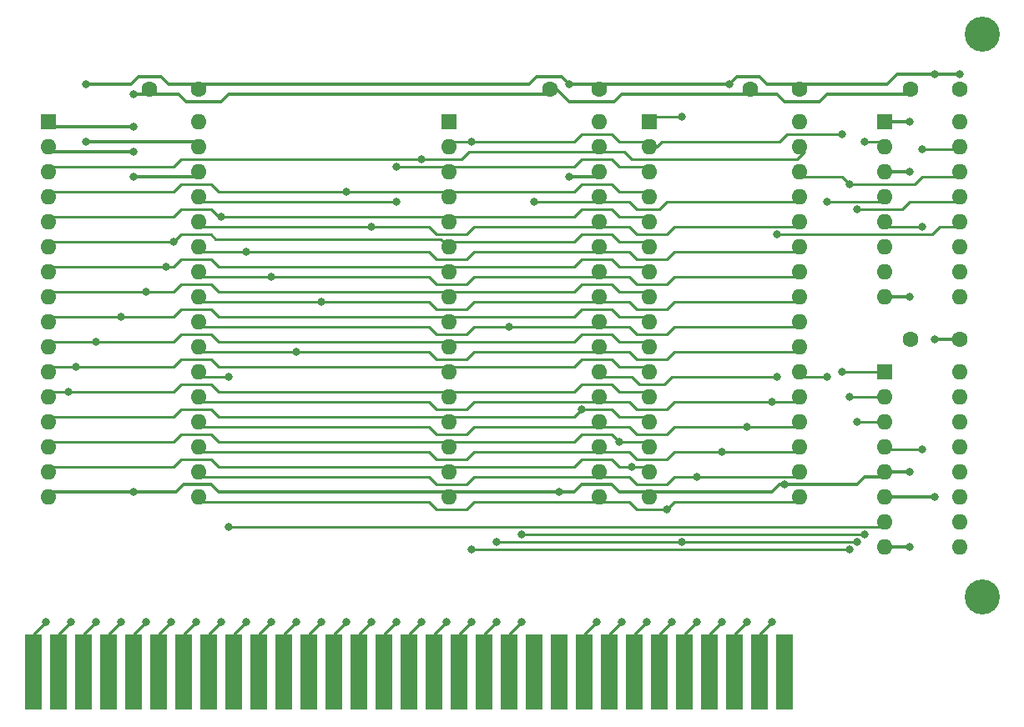
<source format=gbr>
G04 #@! TF.GenerationSoftware,KiCad,Pcbnew,(5.1.8)-1*
G04 #@! TF.CreationDate,2022-10-19T08:29:44-06:00*
G04 #@! TF.ProjectId,64k 640k,36346b20-3634-4306-9b2e-6b696361645f,rev?*
G04 #@! TF.SameCoordinates,Original*
G04 #@! TF.FileFunction,Copper,L1,Top*
G04 #@! TF.FilePolarity,Positive*
%FSLAX46Y46*%
G04 Gerber Fmt 4.6, Leading zero omitted, Abs format (unit mm)*
G04 Created by KiCad (PCBNEW (5.1.8)-1) date 2022-10-19 08:29:44*
%MOMM*%
%LPD*%
G01*
G04 APERTURE LIST*
G04 #@! TA.AperFunction,ComponentPad*
%ADD10O,1.600000X1.600000*%
G04 #@! TD*
G04 #@! TA.AperFunction,ComponentPad*
%ADD11R,1.600000X1.600000*%
G04 #@! TD*
G04 #@! TA.AperFunction,ComponentPad*
%ADD12C,1.600000*%
G04 #@! TD*
G04 #@! TA.AperFunction,ConnectorPad*
%ADD13R,1.780000X7.620000*%
G04 #@! TD*
G04 #@! TA.AperFunction,ComponentPad*
%ADD14C,3.556000*%
G04 #@! TD*
G04 #@! TA.AperFunction,ViaPad*
%ADD15C,0.800000*%
G04 #@! TD*
G04 #@! TA.AperFunction,Conductor*
%ADD16C,0.250000*%
G04 #@! TD*
G04 #@! TA.AperFunction,Conductor*
%ADD17C,0.330200*%
G04 #@! TD*
G04 APERTURE END LIST*
D10*
G04 #@! TO.P,U1,32*
G04 #@! TO.N,VCC*
X102100380Y-73888600D03*
G04 #@! TO.P,U1,16*
G04 #@! TO.N,GND*
X86860380Y-111988600D03*
G04 #@! TO.P,U1,31*
G04 #@! TO.N,VCC*
X102100380Y-76428600D03*
G04 #@! TO.P,U1,15*
G04 #@! TO.N,/D2*
X86860380Y-109448600D03*
G04 #@! TO.P,U1,30*
G04 #@! TO.N,GND*
X102100380Y-78968600D03*
G04 #@! TO.P,U1,14*
G04 #@! TO.N,/D1*
X86860380Y-106908600D03*
G04 #@! TO.P,U1,29*
G04 #@! TO.N,/A14*
X102100380Y-81508600D03*
G04 #@! TO.P,U1,13*
G04 #@! TO.N,/D0*
X86860380Y-104368600D03*
G04 #@! TO.P,U1,28*
G04 #@! TO.N,/A13*
X102100380Y-84048600D03*
G04 #@! TO.P,U1,12*
G04 #@! TO.N,/A0*
X86860380Y-101828600D03*
G04 #@! TO.P,U1,27*
G04 #@! TO.N,/A8*
X102100380Y-86588600D03*
G04 #@! TO.P,U1,11*
G04 #@! TO.N,/A1*
X86860380Y-99288600D03*
G04 #@! TO.P,U1,26*
G04 #@! TO.N,/A9*
X102100380Y-89128600D03*
G04 #@! TO.P,U1,10*
G04 #@! TO.N,/A2*
X86860380Y-96748600D03*
G04 #@! TO.P,U1,25*
G04 #@! TO.N,/A11*
X102100380Y-91668600D03*
G04 #@! TO.P,U1,9*
G04 #@! TO.N,/A3*
X86860380Y-94208600D03*
G04 #@! TO.P,U1,24*
G04 #@! TO.N,/MRD*
X102100380Y-94208600D03*
G04 #@! TO.P,U1,8*
G04 #@! TO.N,/A4*
X86860380Y-91668600D03*
G04 #@! TO.P,U1,23*
G04 #@! TO.N,/A10*
X102100380Y-96748600D03*
G04 #@! TO.P,U1,7*
G04 #@! TO.N,/A5*
X86860380Y-89128600D03*
G04 #@! TO.P,U1,22*
G04 #@! TO.N,/64K_ROM_CS*
X102100380Y-99288600D03*
G04 #@! TO.P,U1,6*
G04 #@! TO.N,/A6*
X86860380Y-86588600D03*
G04 #@! TO.P,U1,21*
G04 #@! TO.N,/D7*
X102100380Y-101828600D03*
G04 #@! TO.P,U1,5*
G04 #@! TO.N,/A7*
X86860380Y-84048600D03*
G04 #@! TO.P,U1,20*
G04 #@! TO.N,/D6*
X102100380Y-104368600D03*
G04 #@! TO.P,U1,4*
G04 #@! TO.N,/A12*
X86860380Y-81508600D03*
G04 #@! TO.P,U1,19*
G04 #@! TO.N,/D5*
X102100380Y-106908600D03*
G04 #@! TO.P,U1,3*
G04 #@! TO.N,/A15*
X86860380Y-78968600D03*
G04 #@! TO.P,U1,18*
G04 #@! TO.N,/D4*
X102100380Y-109448600D03*
G04 #@! TO.P,U1,2*
G04 #@! TO.N,GND*
X86860380Y-76428600D03*
G04 #@! TO.P,U1,17*
G04 #@! TO.N,/D3*
X102100380Y-111988600D03*
D11*
G04 #@! TO.P,U1,1*
G04 #@! TO.N,GND*
X86860380Y-73888600D03*
G04 #@! TD*
D12*
G04 #@! TO.P,C1,2*
G04 #@! TO.N,VCC*
X102100380Y-70586600D03*
G04 #@! TO.P,C1,1*
G04 #@! TO.N,GND*
X97100380Y-70586600D03*
G04 #@! TD*
D10*
G04 #@! TO.P,U3,32*
G04 #@! TO.N,VCC*
X142740380Y-73888600D03*
G04 #@! TO.P,U3,16*
G04 #@! TO.N,GND*
X127500380Y-111988600D03*
G04 #@! TO.P,U3,31*
G04 #@! TO.N,/A15*
X142740380Y-76428600D03*
G04 #@! TO.P,U3,15*
G04 #@! TO.N,/D2*
X127500380Y-109448600D03*
G04 #@! TO.P,U3,30*
G04 #@! TO.N,VCC*
X142740380Y-78968600D03*
G04 #@! TO.P,U3,14*
G04 #@! TO.N,/D1*
X127500380Y-106908600D03*
G04 #@! TO.P,U3,29*
G04 #@! TO.N,/MWR*
X142740380Y-81508600D03*
G04 #@! TO.P,U3,13*
G04 #@! TO.N,/D0*
X127500380Y-104368600D03*
G04 #@! TO.P,U3,28*
G04 #@! TO.N,/A13*
X142740380Y-84048600D03*
G04 #@! TO.P,U3,12*
G04 #@! TO.N,/A0*
X127500380Y-101828600D03*
G04 #@! TO.P,U3,27*
G04 #@! TO.N,/A8*
X142740380Y-86588600D03*
G04 #@! TO.P,U3,11*
G04 #@! TO.N,/A1*
X127500380Y-99288600D03*
G04 #@! TO.P,U3,26*
G04 #@! TO.N,/A9*
X142740380Y-89128600D03*
G04 #@! TO.P,U3,10*
G04 #@! TO.N,/A2*
X127500380Y-96748600D03*
G04 #@! TO.P,U3,25*
G04 #@! TO.N,/A11*
X142740380Y-91668600D03*
G04 #@! TO.P,U3,9*
G04 #@! TO.N,/A3*
X127500380Y-94208600D03*
G04 #@! TO.P,U3,24*
G04 #@! TO.N,/MRD*
X142740380Y-94208600D03*
G04 #@! TO.P,U3,8*
G04 #@! TO.N,/A4*
X127500380Y-91668600D03*
G04 #@! TO.P,U3,23*
G04 #@! TO.N,/A10*
X142740380Y-96748600D03*
G04 #@! TO.P,U3,7*
G04 #@! TO.N,/A5*
X127500380Y-89128600D03*
G04 #@! TO.P,U3,22*
G04 #@! TO.N,/128K_CS*
X142740380Y-99288600D03*
G04 #@! TO.P,U3,6*
G04 #@! TO.N,/A6*
X127500380Y-86588600D03*
G04 #@! TO.P,U3,21*
G04 #@! TO.N,/D7*
X142740380Y-101828600D03*
G04 #@! TO.P,U3,5*
G04 #@! TO.N,/A7*
X127500380Y-84048600D03*
G04 #@! TO.P,U3,20*
G04 #@! TO.N,/D6*
X142740380Y-104368600D03*
G04 #@! TO.P,U3,4*
G04 #@! TO.N,/A12*
X127500380Y-81508600D03*
G04 #@! TO.P,U3,19*
G04 #@! TO.N,/D5*
X142740380Y-106908600D03*
G04 #@! TO.P,U3,3*
G04 #@! TO.N,/A14*
X127500380Y-78968600D03*
G04 #@! TO.P,U3,18*
G04 #@! TO.N,/D4*
X142740380Y-109448600D03*
G04 #@! TO.P,U3,2*
G04 #@! TO.N,/A16*
X127500380Y-76428600D03*
G04 #@! TO.P,U3,17*
G04 #@! TO.N,/D3*
X142740380Y-111988600D03*
D11*
G04 #@! TO.P,U3,1*
G04 #@! TO.N,Net-(U3-Pad1)*
X127500380Y-73888600D03*
G04 #@! TD*
D10*
G04 #@! TO.P,U4,32*
G04 #@! TO.N,VCC*
X163060380Y-73888600D03*
G04 #@! TO.P,U4,16*
G04 #@! TO.N,GND*
X147820380Y-111988600D03*
G04 #@! TO.P,U4,31*
G04 #@! TO.N,/A15*
X163060380Y-76428600D03*
G04 #@! TO.P,U4,15*
G04 #@! TO.N,/D2*
X147820380Y-109448600D03*
G04 #@! TO.P,U4,30*
G04 #@! TO.N,/A17*
X163060380Y-78968600D03*
G04 #@! TO.P,U4,14*
G04 #@! TO.N,/D1*
X147820380Y-106908600D03*
G04 #@! TO.P,U4,29*
G04 #@! TO.N,/MWR*
X163060380Y-81508600D03*
G04 #@! TO.P,U4,13*
G04 #@! TO.N,/D0*
X147820380Y-104368600D03*
G04 #@! TO.P,U4,28*
G04 #@! TO.N,/A13*
X163060380Y-84048600D03*
G04 #@! TO.P,U4,12*
G04 #@! TO.N,/A0*
X147820380Y-101828600D03*
G04 #@! TO.P,U4,27*
G04 #@! TO.N,/A8*
X163060380Y-86588600D03*
G04 #@! TO.P,U4,11*
G04 #@! TO.N,/A1*
X147820380Y-99288600D03*
G04 #@! TO.P,U4,26*
G04 #@! TO.N,/A9*
X163060380Y-89128600D03*
G04 #@! TO.P,U4,10*
G04 #@! TO.N,/A2*
X147820380Y-96748600D03*
G04 #@! TO.P,U4,25*
G04 #@! TO.N,/A11*
X163060380Y-91668600D03*
G04 #@! TO.P,U4,9*
G04 #@! TO.N,/A3*
X147820380Y-94208600D03*
G04 #@! TO.P,U4,24*
G04 #@! TO.N,/MRD*
X163060380Y-94208600D03*
G04 #@! TO.P,U4,8*
G04 #@! TO.N,/A4*
X147820380Y-91668600D03*
G04 #@! TO.P,U4,23*
G04 #@! TO.N,/A10*
X163060380Y-96748600D03*
G04 #@! TO.P,U4,7*
G04 #@! TO.N,/A5*
X147820380Y-89128600D03*
G04 #@! TO.P,U4,22*
G04 #@! TO.N,/512K_CS*
X163060380Y-99288600D03*
G04 #@! TO.P,U4,6*
G04 #@! TO.N,/A6*
X147820380Y-86588600D03*
G04 #@! TO.P,U4,21*
G04 #@! TO.N,/D7*
X163060380Y-101828600D03*
G04 #@! TO.P,U4,5*
G04 #@! TO.N,/A7*
X147820380Y-84048600D03*
G04 #@! TO.P,U4,20*
G04 #@! TO.N,/D6*
X163060380Y-104368600D03*
G04 #@! TO.P,U4,4*
G04 #@! TO.N,/A12*
X147820380Y-81508600D03*
G04 #@! TO.P,U4,19*
G04 #@! TO.N,/D5*
X163060380Y-106908600D03*
G04 #@! TO.P,U4,3*
G04 #@! TO.N,/A14*
X147820380Y-78968600D03*
G04 #@! TO.P,U4,18*
G04 #@! TO.N,/D4*
X163060380Y-109448600D03*
G04 #@! TO.P,U4,2*
G04 #@! TO.N,/A16*
X147820380Y-76428600D03*
G04 #@! TO.P,U4,17*
G04 #@! TO.N,/D3*
X163060380Y-111988600D03*
D11*
G04 #@! TO.P,U4,1*
G04 #@! TO.N,/A18*
X147820380Y-73888600D03*
G04 #@! TD*
D12*
G04 #@! TO.P,C6,2*
G04 #@! TO.N,VCC*
X179316380Y-95986600D03*
G04 #@! TO.P,C6,1*
G04 #@! TO.N,GND*
X174316380Y-95986600D03*
G04 #@! TD*
G04 #@! TO.P,C3,2*
G04 #@! TO.N,VCC*
X142740380Y-70586600D03*
G04 #@! TO.P,C3,1*
G04 #@! TO.N,GND*
X137740380Y-70586600D03*
G04 #@! TD*
D13*
G04 #@! TO.P,J9,62*
G04 #@! TO.N,/A0*
X85336380Y-129768600D03*
G04 #@! TO.P,J9,61*
G04 #@! TO.N,/A1*
X87876380Y-129768600D03*
G04 #@! TO.P,J9,60*
G04 #@! TO.N,/A2*
X90416380Y-129768600D03*
G04 #@! TO.P,J9,59*
G04 #@! TO.N,/A3*
X92956380Y-129768600D03*
G04 #@! TO.P,J9,58*
G04 #@! TO.N,/A4*
X95496380Y-129768600D03*
G04 #@! TO.P,J9,57*
G04 #@! TO.N,/A5*
X98036380Y-129768600D03*
G04 #@! TO.P,J9,56*
G04 #@! TO.N,/A6*
X100576380Y-129768600D03*
G04 #@! TO.P,J9,55*
G04 #@! TO.N,/A7*
X103116380Y-129768600D03*
G04 #@! TO.P,J9,54*
G04 #@! TO.N,/A8*
X105656380Y-129768600D03*
G04 #@! TO.P,J9,53*
G04 #@! TO.N,/A9*
X108196380Y-129768600D03*
G04 #@! TO.P,J9,52*
G04 #@! TO.N,/A10*
X110736380Y-129768600D03*
G04 #@! TO.P,J9,51*
G04 #@! TO.N,/A11*
X113276380Y-129768600D03*
G04 #@! TO.P,J9,50*
G04 #@! TO.N,/A12*
X115816380Y-129768600D03*
G04 #@! TO.P,J9,49*
G04 #@! TO.N,/A13*
X118356380Y-129768600D03*
G04 #@! TO.P,J9,48*
G04 #@! TO.N,/A14*
X120896380Y-129768600D03*
G04 #@! TO.P,J9,47*
G04 #@! TO.N,/A15*
X123436380Y-129768600D03*
G04 #@! TO.P,J9,46*
G04 #@! TO.N,/A16*
X125976380Y-129768600D03*
G04 #@! TO.P,J9,45*
G04 #@! TO.N,/A17*
X128516380Y-129768600D03*
G04 #@! TO.P,J9,44*
G04 #@! TO.N,/A18*
X131056380Y-129768600D03*
G04 #@! TO.P,J9,43*
G04 #@! TO.N,/A19*
X133596380Y-129768600D03*
G04 #@! TO.P,J9,42*
G04 #@! TO.N,/AEN*
X136136380Y-129768600D03*
G04 #@! TO.P,J9,41*
G04 #@! TO.N,/RDY1*
X138676380Y-129768600D03*
G04 #@! TO.P,J9,40*
G04 #@! TO.N,/D0*
X141216380Y-129768600D03*
G04 #@! TO.P,J9,39*
G04 #@! TO.N,/D1*
X143756380Y-129768600D03*
G04 #@! TO.P,J9,38*
G04 #@! TO.N,/D2*
X146296380Y-129768600D03*
G04 #@! TO.P,J9,37*
G04 #@! TO.N,/D3*
X148836380Y-129768600D03*
G04 #@! TO.P,J9,36*
G04 #@! TO.N,/D4*
X151376380Y-129768600D03*
G04 #@! TO.P,J9,35*
G04 #@! TO.N,/D5*
X153916380Y-129768600D03*
G04 #@! TO.P,J9,34*
G04 #@! TO.N,/D6*
X156456380Y-129768600D03*
G04 #@! TO.P,J9,33*
G04 #@! TO.N,/D7*
X158996380Y-129768600D03*
G04 #@! TO.P,J9,32*
G04 #@! TO.N,/CH_CK*
X161536380Y-129768600D03*
G04 #@! TD*
D14*
G04 #@! TO.P,R,1*
G04 #@! TO.N,/GND*
X181602380Y-122148600D03*
G04 #@! TD*
G04 #@! TO.P,R,1*
G04 #@! TO.N,N/C*
X181602380Y-64998600D03*
G04 #@! TD*
D10*
G04 #@! TO.P,U6,16*
G04 #@! TO.N,VCC*
X179316380Y-99288600D03*
G04 #@! TO.P,U6,8*
G04 #@! TO.N,GND*
X171696380Y-117068600D03*
G04 #@! TO.P,U6,15*
G04 #@! TO.N,Net-(U6-Pad15)*
X179316380Y-101828600D03*
G04 #@! TO.P,U6,7*
G04 #@! TO.N,/64K_ROM_CS*
X171696380Y-114528600D03*
G04 #@! TO.P,U6,14*
G04 #@! TO.N,Net-(U6-Pad14)*
X179316380Y-104368600D03*
G04 #@! TO.P,U6,6*
G04 #@! TO.N,VCC*
X171696380Y-111988600D03*
G04 #@! TO.P,U6,13*
G04 #@! TO.N,Net-(U6-Pad13)*
X179316380Y-106908600D03*
G04 #@! TO.P,U6,5*
G04 #@! TO.N,GND*
X171696380Y-109448600D03*
G04 #@! TO.P,U6,12*
G04 #@! TO.N,Net-(U6-Pad12)*
X179316380Y-109448600D03*
G04 #@! TO.P,U6,4*
G04 #@! TO.N,/UPPER_512K*
X171696380Y-106908600D03*
G04 #@! TO.P,U6,11*
G04 #@! TO.N,Net-(U6-Pad11)*
X179316380Y-111988600D03*
G04 #@! TO.P,U6,3*
G04 #@! TO.N,/A18*
X171696380Y-104368600D03*
G04 #@! TO.P,U6,10*
G04 #@! TO.N,Net-(U6-Pad10)*
X179316380Y-114528600D03*
G04 #@! TO.P,U6,2*
G04 #@! TO.N,/A17*
X171696380Y-101828600D03*
G04 #@! TO.P,U6,9*
G04 #@! TO.N,Net-(U6-Pad9)*
X179316380Y-117068600D03*
D11*
G04 #@! TO.P,U6,1*
G04 #@! TO.N,/A16*
X171696380Y-99288600D03*
G04 #@! TD*
D10*
G04 #@! TO.P,U5,16*
G04 #@! TO.N,VCC*
X179316380Y-73888600D03*
G04 #@! TO.P,U5,8*
G04 #@! TO.N,GND*
X171696380Y-91668600D03*
G04 #@! TO.P,U5,15*
G04 #@! TO.N,/UPPER_512K*
X179316380Y-76428600D03*
G04 #@! TO.P,U5,7*
G04 #@! TO.N,Net-(U5-Pad7)*
X171696380Y-89128600D03*
G04 #@! TO.P,U5,14*
G04 #@! TO.N,/A17*
X179316380Y-78968600D03*
G04 #@! TO.P,U5,6*
G04 #@! TO.N,Net-(U5-Pad6)*
X171696380Y-86588600D03*
G04 #@! TO.P,U5,13*
G04 #@! TO.N,/A18*
X179316380Y-81508600D03*
G04 #@! TO.P,U5,5*
G04 #@! TO.N,/UPPER_512K*
X171696380Y-84048600D03*
G04 #@! TO.P,U5,12*
G04 #@! TO.N,/128K_CS*
X179316380Y-84048600D03*
G04 #@! TO.P,U5,4*
G04 #@! TO.N,/512K_CS*
X171696380Y-81508600D03*
G04 #@! TO.P,U5,11*
G04 #@! TO.N,Net-(U5-Pad11)*
X179316380Y-86588600D03*
G04 #@! TO.P,U5,3*
G04 #@! TO.N,GND*
X171696380Y-78968600D03*
G04 #@! TO.P,U5,10*
G04 #@! TO.N,Net-(U5-Pad10)*
X179316380Y-89128600D03*
G04 #@! TO.P,U5,2*
G04 #@! TO.N,/A19*
X171696380Y-76428600D03*
G04 #@! TO.P,U5,9*
G04 #@! TO.N,Net-(U5-Pad9)*
X179316380Y-91668600D03*
D11*
G04 #@! TO.P,U5,1*
G04 #@! TO.N,GND*
X171696380Y-73888600D03*
G04 #@! TD*
D12*
G04 #@! TO.P,C5,2*
G04 #@! TO.N,VCC*
X179316380Y-70586600D03*
G04 #@! TO.P,C5,1*
G04 #@! TO.N,GND*
X174316380Y-70586600D03*
G04 #@! TD*
G04 #@! TO.P,C4,2*
G04 #@! TO.N,VCC*
X163060380Y-70586600D03*
G04 #@! TO.P,C4,1*
G04 #@! TO.N,GND*
X158060380Y-70586600D03*
G04 #@! TD*
D15*
G04 #@! TO.N,/D7*
X160266380Y-124688600D03*
X160266380Y-102336600D03*
G04 #@! TO.N,/D6*
X157726380Y-124688600D03*
X157726380Y-104876600D03*
G04 #@! TO.N,/D5*
X155186380Y-124688600D03*
X155186380Y-107416600D03*
G04 #@! TO.N,/D4*
X152646380Y-124688600D03*
X152646380Y-109956600D03*
G04 #@! TO.N,/D3*
X150106380Y-124688600D03*
X149598380Y-113258600D03*
G04 #@! TO.N,/D2*
X147566380Y-124688600D03*
X146042380Y-108940600D03*
G04 #@! TO.N,/D1*
X145026380Y-124688600D03*
X144772380Y-106400600D03*
G04 #@! TO.N,/D0*
X142486380Y-124688600D03*
X140962380Y-103098600D03*
G04 #@! TO.N,/A19*
X134866380Y-124688600D03*
X169664380Y-75920600D03*
X169664380Y-115798600D03*
X134866380Y-115798600D03*
G04 #@! TO.N,/A18*
X132326380Y-124688600D03*
X168902380Y-82778600D03*
X168902380Y-116560600D03*
X132326380Y-116560600D03*
X151122380Y-116560600D03*
X151122380Y-73380600D03*
X168902380Y-104368600D03*
G04 #@! TO.N,/A17*
X129786380Y-124688600D03*
X168140380Y-80238600D03*
X168140380Y-117322600D03*
X129786380Y-117322600D03*
X168140380Y-101828600D03*
G04 #@! TO.N,/A16*
X127246380Y-124688600D03*
X129786380Y-75920600D03*
X167378380Y-75158600D03*
X167378380Y-99288600D03*
G04 #@! TO.N,/A15*
X124706380Y-124688600D03*
X124706380Y-77698600D03*
G04 #@! TO.N,/A14*
X122166380Y-124688600D03*
X122166390Y-78460600D03*
X122166380Y-82016600D03*
G04 #@! TO.N,/A13*
X119626380Y-124688600D03*
X119626380Y-84556600D03*
G04 #@! TO.N,/A12*
X117086380Y-124688600D03*
X117086380Y-81000600D03*
G04 #@! TO.N,/A11*
X114546380Y-124688600D03*
X114546380Y-92176600D03*
G04 #@! TO.N,/A10*
X112006380Y-124688600D03*
X112006380Y-97256600D03*
G04 #@! TO.N,/A9*
X109466380Y-124688600D03*
X109466380Y-89636600D03*
G04 #@! TO.N,/A8*
X106926380Y-124688600D03*
X106926380Y-87096574D03*
G04 #@! TO.N,/A7*
X104386380Y-124688600D03*
X104386380Y-83540600D03*
G04 #@! TO.N,/A6*
X101846380Y-124688600D03*
X99560380Y-86080600D03*
G04 #@! TO.N,/A5*
X99306380Y-124688600D03*
X98798380Y-88620600D03*
G04 #@! TO.N,/A4*
X96766380Y-124688600D03*
X96766380Y-91160600D03*
G04 #@! TO.N,/A3*
X94226380Y-124688600D03*
X94226380Y-93700600D03*
G04 #@! TO.N,/A2*
X91686380Y-124688600D03*
X91686380Y-96240600D03*
G04 #@! TO.N,/A1*
X89146380Y-124688600D03*
X89654380Y-98780600D03*
G04 #@! TO.N,/A0*
X86606380Y-124688600D03*
X88892380Y-101320600D03*
G04 #@! TO.N,/MWR*
X136136380Y-82016600D03*
G04 #@! TO.N,/MRD*
X133596380Y-94716600D03*
G04 #@! TO.N,/512K_CS*
X165854380Y-99796600D03*
X165854380Y-82016600D03*
G04 #@! TO.N,/UPPER_512K*
X175506380Y-84556600D03*
X175506380Y-107162600D03*
X175506380Y-76682600D03*
G04 #@! TO.N,/128K_CS*
X160774380Y-99796600D03*
X160774380Y-85318600D03*
G04 #@! TO.N,VCC*
X179316380Y-69062600D03*
X176776380Y-69062600D03*
X176776380Y-95986600D03*
X155948380Y-70078600D03*
X139692380Y-70078600D03*
X139692380Y-79476600D03*
X90670380Y-70078600D03*
X176776380Y-111988600D03*
X90670380Y-75920600D03*
G04 #@! TO.N,GND*
X161536380Y-110718600D03*
X138676380Y-111480600D03*
X174236380Y-109448600D03*
X174236384Y-117068600D03*
X174236380Y-91668600D03*
X174236380Y-73888600D03*
X174236380Y-78968600D03*
X95496380Y-111480600D03*
X95496380Y-76936600D03*
X95496380Y-79476600D03*
X95496380Y-71094600D03*
X95496380Y-74396600D03*
G04 #@! TO.N,/64K_ROM_CS*
X105148380Y-115036600D03*
X105148380Y-99796600D03*
G04 #@! TD*
D16*
G04 #@! TO.N,/D7*
X146550380Y-103098600D02*
X145788380Y-102336600D01*
X163060380Y-101828600D02*
X162552380Y-102336600D01*
X149598380Y-103098600D02*
X146550380Y-103098600D01*
X143248380Y-102336600D02*
X142740380Y-101828600D01*
X145788380Y-102336600D02*
X143248380Y-102336600D01*
X162552380Y-102336600D02*
X150360380Y-102336600D01*
X150360380Y-102336600D02*
X149598380Y-103098600D01*
X158996380Y-129768600D02*
X158996380Y-125958600D01*
X158996380Y-125958600D02*
X160266380Y-124688600D01*
X102608380Y-102336600D02*
X102100380Y-101828600D01*
X125468380Y-102336600D02*
X102608380Y-102336600D01*
X129278380Y-103098600D02*
X126230380Y-103098600D01*
X126230380Y-103098600D02*
X125468380Y-102336600D01*
X130040380Y-102336600D02*
X129278380Y-103098600D01*
X142232380Y-102336600D02*
X130040380Y-102336600D01*
X142740380Y-101828600D02*
X142232380Y-102336600D01*
G04 #@! TO.N,/D6*
X156456380Y-129768600D02*
X156456380Y-125958600D01*
X146550380Y-105638600D02*
X145788380Y-104876600D01*
X163060380Y-104368600D02*
X162552380Y-104876600D01*
X150360380Y-104876600D02*
X149598380Y-105638600D01*
X162552380Y-104876600D02*
X150360380Y-104876600D01*
X149598380Y-105638600D02*
X146550380Y-105638600D01*
X145788380Y-104876600D02*
X143248380Y-104876600D01*
X143248380Y-104876600D02*
X142740380Y-104368600D01*
X156456380Y-125958600D02*
X157726380Y-124688600D01*
X102608380Y-104876600D02*
X102100380Y-104368600D01*
X125468380Y-104876600D02*
X102608380Y-104876600D01*
X126230380Y-105638600D02*
X125468380Y-104876600D01*
X129278380Y-105638600D02*
X126230380Y-105638600D01*
X130040380Y-104876600D02*
X129278380Y-105638600D01*
X142232380Y-104876600D02*
X130040380Y-104876600D01*
X142740380Y-104368600D02*
X142232380Y-104876600D01*
G04 #@! TO.N,/D5*
X153916380Y-129768600D02*
X153916380Y-125958600D01*
X143248380Y-107416600D02*
X142740380Y-106908600D01*
X162552380Y-107416600D02*
X150360380Y-107416600D01*
X146550380Y-108178600D02*
X145788380Y-107416600D01*
X163060380Y-106908600D02*
X162552380Y-107416600D01*
X150360380Y-107416600D02*
X149598380Y-108178600D01*
X149598380Y-108178600D02*
X146550380Y-108178600D01*
X145788380Y-107416600D02*
X143248380Y-107416600D01*
X153916380Y-125958600D02*
X155186380Y-124688600D01*
X126230380Y-108178600D02*
X125468380Y-107416600D01*
X129278380Y-108178600D02*
X126230380Y-108178600D01*
X125468380Y-107416600D02*
X102608380Y-107416600D01*
X130040380Y-107416600D02*
X129278380Y-108178600D01*
X102608380Y-107416600D02*
X102100380Y-106908600D01*
X142232380Y-107416600D02*
X130040380Y-107416600D01*
X142740380Y-106908600D02*
X142232380Y-107416600D01*
G04 #@! TO.N,/D4*
X151376380Y-129768600D02*
X151376380Y-125958600D01*
X143248380Y-109956600D02*
X142740380Y-109448600D01*
X162552380Y-109956600D02*
X150360380Y-109956600D01*
X146550380Y-110718600D02*
X145788380Y-109956600D01*
X163060380Y-109448600D02*
X162552380Y-109956600D01*
X145788380Y-109956600D02*
X143248380Y-109956600D01*
X150360380Y-109956600D02*
X149598380Y-110718600D01*
X149598380Y-110718600D02*
X146550380Y-110718600D01*
X151376380Y-125958600D02*
X152646380Y-124688600D01*
X102608380Y-109956600D02*
X102100380Y-109448600D01*
X126230380Y-110718600D02*
X125468380Y-109956600D01*
X129278380Y-110718600D02*
X126230380Y-110718600D01*
X130040380Y-109956600D02*
X129278380Y-110718600D01*
X142232380Y-109956600D02*
X130040380Y-109956600D01*
X125468380Y-109956600D02*
X102608380Y-109956600D01*
X142740380Y-109448600D02*
X142232380Y-109956600D01*
G04 #@! TO.N,/D3*
X148836380Y-129768600D02*
X148836380Y-125958600D01*
X148836380Y-125958600D02*
X150106380Y-124688600D01*
X162552380Y-112496600D02*
X150360380Y-112496600D01*
X146550380Y-113258600D02*
X145788380Y-112496600D01*
X143248380Y-112496600D02*
X142740380Y-111988600D01*
X145788380Y-112496600D02*
X143248380Y-112496600D01*
X163060380Y-111988600D02*
X162552380Y-112496600D01*
X150360380Y-112496600D02*
X149598380Y-113258600D01*
X149598380Y-113258600D02*
X146550380Y-113258600D01*
X102608380Y-112496600D02*
X102100380Y-111988600D01*
X125468380Y-112496600D02*
X102608380Y-112496600D01*
X129278380Y-113258600D02*
X126230380Y-113258600D01*
X130040380Y-112496600D02*
X129278380Y-113258600D01*
X126230380Y-113258600D02*
X125468380Y-112496600D01*
X142232380Y-112496600D02*
X130040380Y-112496600D01*
X142740380Y-111988600D02*
X142232380Y-112496600D01*
G04 #@! TO.N,/D2*
X146296380Y-129768600D02*
X146296380Y-125958600D01*
X140962380Y-108178600D02*
X144010380Y-108178600D01*
X147312380Y-108940600D02*
X147820380Y-109448600D01*
X144772380Y-108940600D02*
X147312380Y-108940600D01*
X144010380Y-108178600D02*
X144772380Y-108940600D01*
X140200380Y-108940600D02*
X140962380Y-108178600D01*
X128008380Y-108940600D02*
X140200380Y-108940600D01*
X127500380Y-109448600D02*
X128008380Y-108940600D01*
X146296380Y-125958600D02*
X147566380Y-124688600D01*
X126992380Y-108940600D02*
X127500380Y-109448600D01*
X103370380Y-108178600D02*
X104132380Y-108940600D01*
X100322380Y-108178600D02*
X103370380Y-108178600D01*
X99560380Y-108940600D02*
X100322380Y-108178600D01*
X104132380Y-108940600D02*
X126992380Y-108940600D01*
X87368380Y-108940600D02*
X99560380Y-108940600D01*
X86860380Y-109448600D02*
X87368380Y-108940600D01*
G04 #@! TO.N,/D1*
X147312380Y-106400600D02*
X147820380Y-106908600D01*
X144772380Y-106400600D02*
X147312380Y-106400600D01*
X127500380Y-106908600D02*
X128008380Y-106400600D01*
X140962380Y-105638600D02*
X144010380Y-105638600D01*
X140200380Y-106400600D02*
X140962380Y-105638600D01*
X144010380Y-105638600D02*
X144772380Y-106400600D01*
X128008380Y-106400600D02*
X140200380Y-106400600D01*
X143756380Y-129768600D02*
X143756380Y-125958600D01*
X143756380Y-125958600D02*
X145026380Y-124688600D01*
X126992380Y-106400600D02*
X127500380Y-106908600D01*
X104132380Y-106400600D02*
X126992380Y-106400600D01*
X103370380Y-105638600D02*
X104132380Y-106400600D01*
X100322380Y-105638600D02*
X103370380Y-105638600D01*
X99560380Y-106400600D02*
X100322380Y-105638600D01*
X87368380Y-106400600D02*
X99560380Y-106400600D01*
X86860380Y-106908600D02*
X87368380Y-106400600D01*
G04 #@! TO.N,/D0*
X144772380Y-103860600D02*
X147312380Y-103860600D01*
X127500380Y-104368600D02*
X128008380Y-103860600D01*
X140200380Y-103860600D02*
X140962380Y-103098600D01*
X144010380Y-103098600D02*
X144772380Y-103860600D01*
X140962380Y-103098600D02*
X144010380Y-103098600D01*
X128008380Y-103860600D02*
X140200380Y-103860600D01*
X147312380Y-103860600D02*
X147820380Y-104368600D01*
X141216380Y-129768600D02*
X141216380Y-125958600D01*
X141216380Y-125958600D02*
X142486380Y-124688600D01*
X126992380Y-103860600D02*
X127500380Y-104368600D01*
X100322380Y-103098600D02*
X103370380Y-103098600D01*
X99560380Y-103860600D02*
X100322380Y-103098600D01*
X104132380Y-103860600D02*
X126992380Y-103860600D01*
X87368380Y-103860600D02*
X99560380Y-103860600D01*
X103370380Y-103098600D02*
X104132380Y-103860600D01*
X86860380Y-104368600D02*
X87368380Y-103860600D01*
G04 #@! TO.N,/A19*
X133596380Y-129768600D02*
X133596380Y-125958600D01*
X133596380Y-125958600D02*
X134866380Y-124688600D01*
X171188380Y-75920600D02*
X169664380Y-75920600D01*
X171696380Y-76428600D02*
X171188380Y-75920600D01*
X169664380Y-115798600D02*
X134866380Y-115798600D01*
G04 #@! TO.N,/A18*
X131056380Y-129768600D02*
X131056380Y-125958600D01*
X131056380Y-125958600D02*
X132326380Y-124688600D01*
X173474380Y-82778600D02*
X168902380Y-82778600D01*
X178808380Y-82016600D02*
X174236380Y-82016600D01*
X174236380Y-82016600D02*
X173474380Y-82778600D01*
X179316380Y-81508600D02*
X178808380Y-82016600D01*
X168902380Y-116560600D02*
X151122380Y-116560600D01*
X151122380Y-116560600D02*
X132326380Y-116560600D01*
X148328380Y-73380600D02*
X147820380Y-73888600D01*
X151122380Y-73380600D02*
X148328380Y-73380600D01*
X168902380Y-104368600D02*
X171696380Y-104368600D01*
G04 #@! TO.N,/A17*
X128516380Y-129768600D02*
X128516380Y-125958600D01*
X128516380Y-125958600D02*
X129786380Y-124688600D01*
X174744380Y-80238600D02*
X175506380Y-79476600D01*
X178808380Y-79476600D02*
X179316380Y-78968600D01*
X175506380Y-79476600D02*
X178808380Y-79476600D01*
X168140380Y-80238600D02*
X174744380Y-80238600D01*
X167378380Y-79476600D02*
X168140380Y-80238600D01*
X163568380Y-79476600D02*
X167378380Y-79476600D01*
X163060380Y-78968600D02*
X163568380Y-79476600D01*
X168140380Y-117322600D02*
X129786380Y-117322600D01*
X168140380Y-101828600D02*
X171696380Y-101828600D01*
G04 #@! TO.N,/A16*
X125976380Y-129768600D02*
X125976380Y-125958600D01*
X140962380Y-75158600D02*
X144010380Y-75158600D01*
X144010380Y-75158600D02*
X144772380Y-75920600D01*
X128008380Y-75920600D02*
X140200380Y-75920600D01*
X140200380Y-75920600D02*
X140962380Y-75158600D01*
X144772380Y-75920600D02*
X147312380Y-75920600D01*
X147312380Y-75920600D02*
X147820380Y-76428600D01*
X127500380Y-76428600D02*
X128008380Y-75920600D01*
X125976380Y-125958600D02*
X127246380Y-124688600D01*
X147820380Y-76458600D02*
X147820380Y-76428600D01*
X147820380Y-76428600D02*
X148328380Y-75920600D01*
X147820380Y-76428600D02*
X148582380Y-76428600D01*
X148582380Y-76428600D02*
X149090380Y-75920600D01*
X149090380Y-75920600D02*
X161028380Y-75920600D01*
X161028380Y-75920600D02*
X161790380Y-75158600D01*
X161790380Y-75158600D02*
X167378380Y-75158600D01*
X167378380Y-99288600D02*
X171696380Y-99288600D01*
G04 #@! TO.N,/A15*
X123436380Y-129768600D02*
X123436380Y-125958600D01*
X123436380Y-125958600D02*
X124706380Y-124688600D01*
X146042380Y-77698600D02*
X145280380Y-76936600D01*
X163568380Y-76936600D02*
X162806380Y-77698600D01*
X129532380Y-76936600D02*
X128770380Y-77698600D01*
X162806380Y-77698600D02*
X146042380Y-77698600D01*
X128770380Y-77698600D02*
X124706380Y-77698600D01*
X100322380Y-77698600D02*
X124706380Y-77698600D01*
X99560380Y-78460600D02*
X100322380Y-77698600D01*
X87368380Y-78460600D02*
X99560380Y-78460600D01*
X86860380Y-78968600D02*
X87368380Y-78460600D01*
X143248380Y-76936600D02*
X142740380Y-76428600D01*
X145280380Y-76936600D02*
X143248380Y-76936600D01*
X142740380Y-76428600D02*
X142232380Y-76936600D01*
X142232380Y-76936600D02*
X129532380Y-76936600D01*
G04 #@! TO.N,/A14*
X120896380Y-129768600D02*
X120896380Y-125958600D01*
X140962380Y-77698600D02*
X144010380Y-77698600D01*
X144010380Y-77698600D02*
X144772380Y-78460600D01*
X128008380Y-78460600D02*
X140200380Y-78460600D01*
X144772380Y-78460600D02*
X147312380Y-78460600D01*
X140200380Y-78460600D02*
X140962380Y-77698600D01*
X147312380Y-78460600D02*
X147820380Y-78968600D01*
X127500380Y-78968600D02*
X128008380Y-78460600D01*
X120896380Y-125958600D02*
X122166380Y-124688600D01*
X126992380Y-78460600D02*
X122166390Y-78460600D01*
X127500380Y-78968600D02*
X126992380Y-78460600D01*
X102100380Y-81508600D02*
X102608380Y-82016600D01*
X102608380Y-82016600D02*
X122166380Y-82016600D01*
G04 #@! TO.N,/A13*
X145788380Y-84556600D02*
X143248380Y-84556600D01*
X150360380Y-84556600D02*
X149598380Y-85318600D01*
X163060380Y-84048600D02*
X162552380Y-84556600D01*
X149598380Y-85318600D02*
X146550380Y-85318600D01*
X162552380Y-84556600D02*
X150360380Y-84556600D01*
X146550380Y-85318600D02*
X145788380Y-84556600D01*
X143248380Y-84556600D02*
X142740380Y-84048600D01*
X118356380Y-129768600D02*
X118356380Y-125958600D01*
X118356380Y-125958600D02*
X119626380Y-124688600D01*
X102608380Y-84556600D02*
X102100380Y-84048600D01*
X125468380Y-84556600D02*
X102608380Y-84556600D01*
X126230380Y-85318600D02*
X125468380Y-84556600D01*
X129278380Y-85318600D02*
X126230380Y-85318600D01*
X130040380Y-84556600D02*
X129278380Y-85318600D01*
X142232380Y-84556600D02*
X130040380Y-84556600D01*
X142740380Y-84048600D02*
X142232380Y-84556600D01*
G04 #@! TO.N,/A12*
X115816380Y-129768600D02*
X115816380Y-125958600D01*
X127500380Y-81508600D02*
X128008380Y-81000600D01*
X144010380Y-80238600D02*
X144772380Y-81000600D01*
X140962380Y-80238600D02*
X144010380Y-80238600D01*
X144772380Y-81000600D02*
X147312380Y-81000600D01*
X147312380Y-81000600D02*
X147820380Y-81508600D01*
X128008380Y-81000600D02*
X140200380Y-81000600D01*
X140200380Y-81000600D02*
X140962380Y-80238600D01*
X115816380Y-125958600D02*
X117086380Y-124688600D01*
X126992380Y-81000600D02*
X127500380Y-81508600D01*
X104132380Y-81000600D02*
X126992380Y-81000600D01*
X103370380Y-80238600D02*
X104132380Y-81000600D01*
X100322380Y-80238600D02*
X103370380Y-80238600D01*
X99560380Y-81000600D02*
X100322380Y-80238600D01*
X87368380Y-81000600D02*
X99560380Y-81000600D01*
X86860380Y-81508600D02*
X87368380Y-81000600D01*
G04 #@! TO.N,/A11*
X113276380Y-129768600D02*
X113276380Y-125958600D01*
X143248380Y-92176600D02*
X142740380Y-91668600D01*
X145788380Y-92176600D02*
X143248380Y-92176600D01*
X162552380Y-92176600D02*
X150360380Y-92176600D01*
X146550380Y-92938600D02*
X145788380Y-92176600D01*
X150360380Y-92176600D02*
X149598380Y-92938600D01*
X149598380Y-92938600D02*
X146550380Y-92938600D01*
X163060380Y-91668600D02*
X162552380Y-92176600D01*
X113276380Y-125958600D02*
X114546380Y-124688600D01*
X125468380Y-92176600D02*
X102608380Y-92176600D01*
X126230380Y-92938600D02*
X125468380Y-92176600D01*
X129278380Y-92938600D02*
X126230380Y-92938600D01*
X130040380Y-92176600D02*
X129278380Y-92938600D01*
X102608380Y-92176600D02*
X102100380Y-91668600D01*
X142232380Y-92176600D02*
X130040380Y-92176600D01*
X142740380Y-91668600D02*
X142232380Y-92176600D01*
G04 #@! TO.N,/A10*
X146550380Y-98018600D02*
X145788380Y-97256600D01*
X149598380Y-98018600D02*
X146550380Y-98018600D01*
X145788380Y-97256600D02*
X143248380Y-97256600D01*
X163060380Y-96748600D02*
X162552380Y-97256600D01*
X150360380Y-97256600D02*
X149598380Y-98018600D01*
X162552380Y-97256600D02*
X150360380Y-97256600D01*
X143248380Y-97256600D02*
X142740380Y-96748600D01*
X110736380Y-129768600D02*
X110736380Y-125958600D01*
X110736380Y-125958600D02*
X112006380Y-124688600D01*
X126230380Y-98018600D02*
X125468380Y-97256600D01*
X125468380Y-97256600D02*
X102608380Y-97256600D01*
X129278380Y-98018600D02*
X126230380Y-98018600D01*
X130040380Y-97256600D02*
X129278380Y-98018600D01*
X102608380Y-97256600D02*
X102100380Y-96748600D01*
X142232380Y-97256600D02*
X130040380Y-97256600D01*
X142740380Y-96748600D02*
X142232380Y-97256600D01*
G04 #@! TO.N,/A9*
X108196380Y-129768600D02*
X108196380Y-125958600D01*
X163060380Y-89128600D02*
X162552380Y-89636600D01*
X162552380Y-89636600D02*
X150360380Y-89636600D01*
X146550380Y-90398600D02*
X145788380Y-89636600D01*
X143248380Y-89636600D02*
X142740380Y-89128600D01*
X150360380Y-89636600D02*
X149598380Y-90398600D01*
X145788380Y-89636600D02*
X143248380Y-89636600D01*
X149598380Y-90398600D02*
X146550380Y-90398600D01*
X108196380Y-125958600D02*
X109466380Y-124688600D01*
X102608380Y-89636600D02*
X102100380Y-89128600D01*
X125468380Y-89636600D02*
X102608380Y-89636600D01*
X126230380Y-90398600D02*
X125468380Y-89636600D01*
X129278380Y-90398600D02*
X126230380Y-90398600D01*
X130040380Y-89636600D02*
X129278380Y-90398600D01*
X142232380Y-89636600D02*
X130040380Y-89636600D01*
X142740380Y-89128600D02*
X142232380Y-89636600D01*
G04 #@! TO.N,/A8*
X105656380Y-129768600D02*
X105656380Y-125958600D01*
X146550380Y-87858600D02*
X145788380Y-87096600D01*
X149598380Y-87858600D02*
X146550380Y-87858600D01*
X150360380Y-87096600D02*
X149598380Y-87858600D01*
X143248380Y-87096600D02*
X142740380Y-86588600D01*
X145788380Y-87096600D02*
X143248380Y-87096600D01*
X162552380Y-87096600D02*
X150360380Y-87096600D01*
X163060380Y-86588600D02*
X162552380Y-87096600D01*
X105656380Y-125958600D02*
X106926380Y-124688600D01*
X106926354Y-87096600D02*
X106926380Y-87096574D01*
X102608380Y-87096600D02*
X106926354Y-87096600D01*
X102100380Y-86588600D02*
X102608380Y-87096600D01*
X106926406Y-87096600D02*
X106926380Y-87096574D01*
X125468380Y-87096600D02*
X106926406Y-87096600D01*
X126230380Y-87858600D02*
X125468380Y-87096600D01*
X129278380Y-87858600D02*
X126230380Y-87858600D01*
X130040380Y-87096600D02*
X129278380Y-87858600D01*
X142232380Y-87096600D02*
X130040380Y-87096600D01*
X142740380Y-86588600D02*
X142232380Y-87096600D01*
G04 #@! TO.N,/A7*
X140200380Y-83540600D02*
X140962380Y-82778600D01*
X128008380Y-83540600D02*
X140200380Y-83540600D01*
X144010380Y-82778600D02*
X144772380Y-83540600D01*
X140962380Y-82778600D02*
X144010380Y-82778600D01*
X147312380Y-83540600D02*
X147820380Y-84048600D01*
X144772380Y-83540600D02*
X147312380Y-83540600D01*
X127500380Y-84048600D02*
X128008380Y-83540600D01*
X103116380Y-129768600D02*
X103116380Y-125958600D01*
X103116380Y-125958600D02*
X104386380Y-124688600D01*
X104132380Y-83540600D02*
X126992380Y-83540600D01*
X103370380Y-82778600D02*
X104132380Y-83540600D01*
X126992380Y-83540600D02*
X127500380Y-84048600D01*
X100322380Y-82778600D02*
X103370380Y-82778600D01*
X99560380Y-83540600D02*
X100322380Y-82778600D01*
X87368380Y-83540600D02*
X99560380Y-83540600D01*
X86860380Y-84048600D02*
X87368380Y-83540600D01*
G04 #@! TO.N,/A6*
X100576380Y-129768600D02*
X100576380Y-125958600D01*
X144772380Y-86080600D02*
X147312380Y-86080600D01*
X140200380Y-86080600D02*
X140962380Y-85318600D01*
X127500380Y-86588600D02*
X128008380Y-86080600D01*
X128008380Y-86080600D02*
X140200380Y-86080600D01*
X86860380Y-86588600D02*
X87368380Y-86080600D01*
X140962380Y-85318600D02*
X144010380Y-85318600D01*
X87368380Y-86080600D02*
X99560380Y-86080600D01*
X144010380Y-85318600D02*
X144772380Y-86080600D01*
X147312380Y-86080600D02*
X147820380Y-86588600D01*
X100576380Y-125958600D02*
X101846380Y-124688600D01*
X126700381Y-85788601D02*
X127500380Y-86588600D01*
X99560380Y-86080600D02*
X100322380Y-85318600D01*
X103840381Y-85788601D02*
X126700381Y-85788601D01*
X100322380Y-85318600D02*
X103370380Y-85318600D01*
X103370380Y-85318600D02*
X103840381Y-85788601D01*
G04 #@! TO.N,/A5*
X98036380Y-129768600D02*
X98036380Y-125958600D01*
X144010380Y-87858600D02*
X144772380Y-88620600D01*
X147312380Y-88620600D02*
X147820380Y-89128600D01*
X140962380Y-87858600D02*
X144010380Y-87858600D01*
X140200380Y-88620600D02*
X140962380Y-87858600D01*
X144772380Y-88620600D02*
X147312380Y-88620600D01*
X127500380Y-89128600D02*
X128008380Y-88620600D01*
X128008380Y-88620600D02*
X140200380Y-88620600D01*
X98036380Y-125958600D02*
X99306380Y-124688600D01*
X126992380Y-88620600D02*
X127500380Y-89128600D01*
X103370380Y-87858600D02*
X104132380Y-88620600D01*
X100322380Y-87858600D02*
X103370380Y-87858600D01*
X99560380Y-88620600D02*
X100322380Y-87858600D01*
X104132380Y-88620600D02*
X126992380Y-88620600D01*
X87368380Y-88620600D02*
X99560380Y-88620600D01*
X86860380Y-89128600D02*
X87368380Y-88620600D01*
G04 #@! TO.N,/A4*
X95496380Y-129768600D02*
X95496380Y-125958600D01*
X144010380Y-90398600D02*
X144772380Y-91160600D01*
X147312380Y-91160600D02*
X147820380Y-91668600D01*
X128008380Y-91160600D02*
X140200380Y-91160600D01*
X140962380Y-90398600D02*
X144010380Y-90398600D01*
X144772380Y-91160600D02*
X147312380Y-91160600D01*
X127500380Y-91668600D02*
X128008380Y-91160600D01*
X140200380Y-91160600D02*
X140962380Y-90398600D01*
X95496380Y-125958600D02*
X96766380Y-124688600D01*
X126992380Y-91160600D02*
X127500380Y-91668600D01*
X103370380Y-90398600D02*
X104132380Y-91160600D01*
X100322380Y-90398600D02*
X103370380Y-90398600D01*
X104132380Y-91160600D02*
X126992380Y-91160600D01*
X99560380Y-91160600D02*
X100322380Y-90398600D01*
X87368380Y-91160600D02*
X99560380Y-91160600D01*
X86860380Y-91668600D02*
X87368380Y-91160600D01*
G04 #@! TO.N,/A3*
X92956380Y-129768600D02*
X92956380Y-125958600D01*
X127500380Y-94208600D02*
X128008380Y-93700600D01*
X128008380Y-93700600D02*
X140200380Y-93700600D01*
X144772380Y-93700600D02*
X147312380Y-93700600D01*
X144010380Y-92938600D02*
X144772380Y-93700600D01*
X140962380Y-92938600D02*
X144010380Y-92938600D01*
X147312380Y-93700600D02*
X147820380Y-94208600D01*
X140200380Y-93700600D02*
X140962380Y-92938600D01*
X92956380Y-125958600D02*
X94226380Y-124688600D01*
X104132380Y-93700600D02*
X126992380Y-93700600D01*
X103370380Y-92938600D02*
X104132380Y-93700600D01*
X126992380Y-93700600D02*
X127500380Y-94208600D01*
X100322380Y-92938600D02*
X103370380Y-92938600D01*
X99560380Y-93700600D02*
X100322380Y-92938600D01*
X87368380Y-93700600D02*
X99560380Y-93700600D01*
X86860380Y-94208600D02*
X87368380Y-93700600D01*
G04 #@! TO.N,/A2*
X90416380Y-129768600D02*
X90416380Y-125958600D01*
X140962380Y-95478600D02*
X144010380Y-95478600D01*
X147312380Y-96240600D02*
X147820380Y-96748600D01*
X144772380Y-96240600D02*
X147312380Y-96240600D01*
X144010380Y-95478600D02*
X144772380Y-96240600D01*
X140200380Y-96240600D02*
X140962380Y-95478600D01*
X127500380Y-96748600D02*
X128008380Y-96240600D01*
X128008380Y-96240600D02*
X140200380Y-96240600D01*
X90416380Y-125958600D02*
X91686380Y-124688600D01*
X126992380Y-96240600D02*
X127500380Y-96748600D01*
X103370380Y-95478600D02*
X104132380Y-96240600D01*
X100322380Y-95478600D02*
X103370380Y-95478600D01*
X99560380Y-96240600D02*
X100322380Y-95478600D01*
X87368380Y-96240600D02*
X99560380Y-96240600D01*
X104132380Y-96240600D02*
X126992380Y-96240600D01*
X86860380Y-96748600D02*
X87368380Y-96240600D01*
G04 #@! TO.N,/A1*
X147312380Y-98780600D02*
X147820380Y-99288600D01*
X144772380Y-98780600D02*
X147312380Y-98780600D01*
X144010380Y-98018600D02*
X144772380Y-98780600D01*
X140962380Y-98018600D02*
X144010380Y-98018600D01*
X127500380Y-99288600D02*
X128008380Y-98780600D01*
X128008380Y-98780600D02*
X140200380Y-98780600D01*
X140200380Y-98780600D02*
X140962380Y-98018600D01*
X87876380Y-129768600D02*
X87876380Y-125958600D01*
X87876380Y-125958600D02*
X89146380Y-124688600D01*
X126992380Y-98780600D02*
X127500380Y-99288600D01*
X104132380Y-98780600D02*
X126992380Y-98780600D01*
X103370380Y-98018600D02*
X104132380Y-98780600D01*
X100322380Y-98018600D02*
X103370380Y-98018600D01*
X99560380Y-98780600D02*
X100322380Y-98018600D01*
X87368380Y-98780600D02*
X99560380Y-98780600D01*
X86860380Y-99288600D02*
X87368380Y-98780600D01*
G04 #@! TO.N,/A0*
X144772380Y-101320600D02*
X147312380Y-101320600D01*
X147312380Y-101320600D02*
X147820380Y-101828600D01*
X144010380Y-100558600D02*
X144772380Y-101320600D01*
X128008380Y-101320600D02*
X140200380Y-101320600D01*
X140962380Y-100558600D02*
X144010380Y-100558600D01*
X140200380Y-101320600D02*
X140962380Y-100558600D01*
X127500380Y-101828600D02*
X128008380Y-101320600D01*
X85336380Y-129768600D02*
X85336380Y-125958600D01*
X85336380Y-125958600D02*
X86606380Y-124688600D01*
X126992380Y-101320600D02*
X127500380Y-101828600D01*
X104132380Y-101320600D02*
X126992380Y-101320600D01*
X103370380Y-100558600D02*
X104132380Y-101320600D01*
X100322380Y-100558600D02*
X103370380Y-100558600D01*
X99560380Y-101320600D02*
X100322380Y-100558600D01*
X87368380Y-101320600D02*
X99560380Y-101320600D01*
X86860380Y-101828600D02*
X87368380Y-101320600D01*
G04 #@! TO.N,/MWR*
X142262380Y-82016600D02*
X142740380Y-81538600D01*
X145788380Y-82016600D02*
X146550380Y-82778600D01*
X143248380Y-82016600D02*
X145788380Y-82016600D01*
X142740380Y-81508600D02*
X143248380Y-82016600D01*
X146550380Y-82778600D02*
X148836380Y-82778600D01*
X162582380Y-82016600D02*
X163060380Y-81538600D01*
X149598380Y-82016600D02*
X162582380Y-82016600D01*
X148836380Y-82778600D02*
X149598380Y-82016600D01*
X142232380Y-82016600D02*
X142740380Y-81508600D01*
X136136380Y-82016600D02*
X142232380Y-82016600D01*
G04 #@! TO.N,/MRD*
X143248380Y-94716600D02*
X142740380Y-94208600D01*
X145788380Y-94716600D02*
X143248380Y-94716600D01*
X149598380Y-95478600D02*
X146550380Y-95478600D01*
X163060380Y-94208600D02*
X162552380Y-94716600D01*
X150360380Y-94716600D02*
X149598380Y-95478600D01*
X146550380Y-95478600D02*
X145788380Y-94716600D01*
X162552380Y-94716600D02*
X150360380Y-94716600D01*
X102608380Y-94716600D02*
X102100380Y-94208600D01*
X125468380Y-94716600D02*
X102608380Y-94716600D01*
X129278380Y-95478600D02*
X126230380Y-95478600D01*
X130040380Y-94716600D02*
X129278380Y-95478600D01*
X142232380Y-94716600D02*
X130040380Y-94716600D01*
X126230380Y-95478600D02*
X125468380Y-94716600D01*
X142740380Y-94208600D02*
X142232380Y-94716600D01*
G04 #@! TO.N,/512K_CS*
X163538380Y-99796600D02*
X163060380Y-99318600D01*
X165854380Y-99796600D02*
X163538380Y-99796600D01*
X171188380Y-82016600D02*
X165854380Y-82016600D01*
X171696380Y-81508600D02*
X171188380Y-82016600D01*
G04 #@! TO.N,/UPPER_512K*
X171696380Y-84048600D02*
X172204380Y-84556600D01*
X172204380Y-84556600D02*
X175506380Y-84556600D01*
X171950380Y-107162600D02*
X171696380Y-106908600D01*
X175506380Y-107162600D02*
X171950380Y-107162600D01*
X179062380Y-76682600D02*
X179316380Y-76428600D01*
X175506380Y-76682600D02*
X179062380Y-76682600D01*
G04 #@! TO.N,/128K_CS*
X142740380Y-99318600D02*
X142770380Y-99318600D01*
X142770380Y-99318600D02*
X143248380Y-99796600D01*
X143248380Y-99796600D02*
X146042380Y-99796600D01*
X146042380Y-99796600D02*
X146804380Y-100558600D01*
X146804380Y-100558600D02*
X149344380Y-100558600D01*
X149344380Y-100558600D02*
X150106380Y-99796600D01*
X150106380Y-99796600D02*
X160774380Y-99796600D01*
X179316380Y-84048600D02*
X178808380Y-84556600D01*
X178808380Y-84556600D02*
X177284380Y-84556600D01*
X177284380Y-84556600D02*
X176522380Y-85318600D01*
X176522380Y-85318600D02*
X160774380Y-85318600D01*
D17*
G04 #@! TO.N,VCC*
X176776380Y-69062600D02*
X179316380Y-69062600D01*
X179316380Y-95986600D02*
X176776380Y-95986600D01*
X142740380Y-70586600D02*
X143248380Y-70078600D01*
X158996380Y-69316600D02*
X159758380Y-70078600D01*
X162552380Y-70078600D02*
X163060380Y-70586600D01*
X156710380Y-69316600D02*
X158996380Y-69316600D01*
X155948380Y-70078600D02*
X156710380Y-69316600D01*
X159758380Y-70078600D02*
X162552380Y-70078600D01*
X143248380Y-70078600D02*
X155948380Y-70078600D01*
X142232380Y-70078600D02*
X139692380Y-70078600D01*
X142740380Y-70586600D02*
X142232380Y-70078600D01*
X176776380Y-69062600D02*
X172966380Y-69062600D01*
X172966380Y-69062600D02*
X171950380Y-70078600D01*
X163568380Y-70078600D02*
X163060380Y-70586600D01*
X171950380Y-70078600D02*
X163568380Y-70078600D01*
X142232380Y-79476600D02*
X142740380Y-78968600D01*
X139692380Y-79476600D02*
X142232380Y-79476600D01*
X102608380Y-70078600D02*
X102100380Y-70586600D01*
X135628380Y-70078600D02*
X102608380Y-70078600D01*
X138930380Y-69316600D02*
X136390380Y-69316600D01*
X136390380Y-69316600D02*
X135628380Y-70078600D01*
X139692380Y-70078600D02*
X138930380Y-69316600D01*
X102100380Y-70586600D02*
X101592380Y-70078600D01*
X101592380Y-70078600D02*
X99052380Y-70078600D01*
X99052380Y-70078600D02*
X98290380Y-69316600D01*
X98290380Y-69316600D02*
X96004380Y-69316600D01*
X96004380Y-69316600D02*
X95242380Y-70078600D01*
X95242380Y-70078600D02*
X90670380Y-70078600D01*
X176776380Y-111988600D02*
X171696380Y-111988600D01*
X101592380Y-75920600D02*
X90670380Y-75920600D01*
X102100380Y-76428600D02*
X101592380Y-75920600D01*
G04 #@! TO.N,GND*
X104132380Y-111480600D02*
X126992380Y-111480600D01*
X103370380Y-110718600D02*
X104132380Y-111480600D01*
X100576380Y-110718600D02*
X103370380Y-110718600D01*
X126992380Y-111480600D02*
X127500380Y-111988600D01*
X99814380Y-111480600D02*
X100576380Y-110718600D01*
X87368380Y-111480600D02*
X95496380Y-111480600D01*
X86860380Y-111988600D02*
X87368380Y-111480600D01*
X144772380Y-111480600D02*
X147312380Y-111480600D01*
X144010380Y-110718600D02*
X144772380Y-111480600D01*
X140962380Y-110718600D02*
X144010380Y-110718600D01*
X140200380Y-111480600D02*
X140962380Y-110718600D01*
X128008380Y-111480600D02*
X138676380Y-111480600D01*
X147312380Y-111480600D02*
X147820380Y-111988600D01*
X127500380Y-111988600D02*
X128008380Y-111480600D01*
X169664380Y-109956600D02*
X171188380Y-109956600D01*
X168902380Y-110718600D02*
X169664380Y-109956600D01*
X171188380Y-109956600D02*
X171696380Y-109448600D01*
X161028380Y-110718600D02*
X168902380Y-110718600D01*
X148328380Y-111480600D02*
X160266380Y-111480600D01*
X160266380Y-111480600D02*
X161028380Y-110718600D01*
X147820380Y-111988600D02*
X148328380Y-111480600D01*
X138676380Y-111480600D02*
X140200380Y-111480600D01*
X171696380Y-109448600D02*
X174236380Y-109448600D01*
X174236384Y-117068600D02*
X171696380Y-117068600D01*
X171696380Y-91668600D02*
X174236380Y-91668600D01*
X171696380Y-73888600D02*
X174236380Y-73888600D01*
X171696380Y-78968600D02*
X174236380Y-78968600D01*
X174316380Y-70586600D02*
X174316380Y-70760600D01*
X174316380Y-70760600D02*
X173982380Y-71094600D01*
X173982380Y-71094600D02*
X165854380Y-71094600D01*
X165854380Y-71094600D02*
X165092380Y-71856600D01*
X165092380Y-71856600D02*
X161536380Y-71856600D01*
X161536380Y-71856600D02*
X160774380Y-71094600D01*
X158568380Y-71094600D02*
X158060380Y-70586600D01*
X160774380Y-71094600D02*
X158568380Y-71094600D01*
X138422380Y-70586600D02*
X137740380Y-70586600D01*
X139692380Y-71856600D02*
X138422380Y-70586600D01*
X144264380Y-71856600D02*
X139692380Y-71856600D01*
X145026380Y-71094600D02*
X144264380Y-71856600D01*
X157726380Y-71094600D02*
X145026380Y-71094600D01*
X158060380Y-70760600D02*
X157726380Y-71094600D01*
X158060380Y-70586600D02*
X158060380Y-70760600D01*
X137740380Y-70586600D02*
X137740380Y-70760600D01*
X137740380Y-70760600D02*
X137406380Y-71094600D01*
X137406380Y-71094600D02*
X105148380Y-71094600D01*
X105148380Y-71094600D02*
X104386380Y-71856600D01*
X104386380Y-71856600D02*
X100830380Y-71856600D01*
X100830380Y-71856600D02*
X100068380Y-71094600D01*
X97608380Y-71094600D02*
X97100380Y-70586600D01*
X100068380Y-71094600D02*
X97608380Y-71094600D01*
X95496380Y-111480600D02*
X99814380Y-111480600D01*
X101592380Y-79476600D02*
X102100380Y-78968600D01*
X95496380Y-79476600D02*
X101592380Y-79476600D01*
X87368380Y-76936600D02*
X86860380Y-76428600D01*
X95496380Y-76936600D02*
X87368380Y-76936600D01*
X96592380Y-71094600D02*
X97100380Y-70586600D01*
X95496380Y-71094600D02*
X96592380Y-71094600D01*
X87368380Y-74396600D02*
X95496380Y-74396600D01*
X86860380Y-73888600D02*
X87368380Y-74396600D01*
D16*
G04 #@! TO.N,/64K_ROM_CS*
X171696380Y-114528600D02*
X171188380Y-115036600D01*
X171188380Y-115036600D02*
X105148380Y-115036600D01*
X102608380Y-99796600D02*
X102100380Y-99288600D01*
X105148380Y-99796600D02*
X102608380Y-99796600D01*
G04 #@! TD*
M02*

</source>
